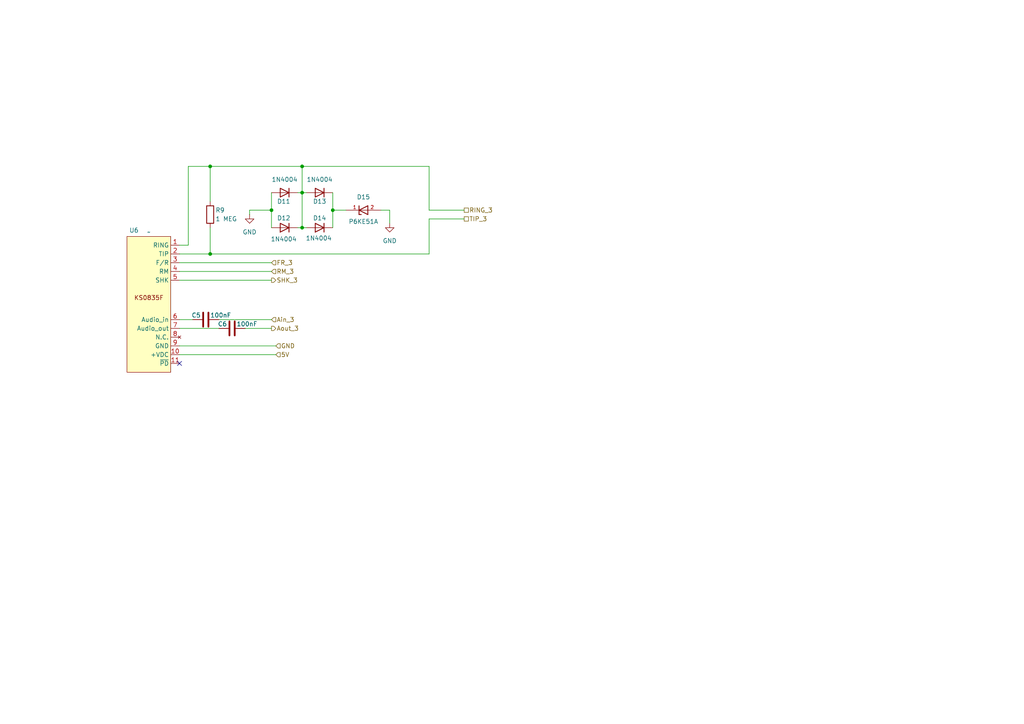
<source format=kicad_sch>
(kicad_sch (version 20231120) (generator "eeschema") (generator_version "8.0")
  (paper "A4")
  (lib_symbols
    (symbol "Device:C" (pin_numbers hide) (pin_names (offset 0.254))
      (property "Reference" "C" (at 0.635 2.54 0))
      (property "Value" "C" (at 0.635 -2.54 0))
      (symbol "C_0_1"
        (polyline (pts (xy -2.032 -0.762) (xy 2.032 -0.762)) (stroke (width 0.508)))
        (polyline (pts (xy -2.032 0.762) (xy 2.032 0.762)) (stroke (width 0.508)))
      )
      (symbol "C_1_1"
        (pin passive line (at 0 3.81 270) (length 2.794) (name "~") (number "1"))
        (pin passive line (at 0 -3.81 90) (length 2.794) (name "~") (number "2"))
      )
    )
    (symbol "Device:R" (pin_numbers hide) (pin_names (offset 0))
      (property "Reference" "R" (at 2.032 0 90))
      (property "Value" "R" (at 0 0 90))
      (symbol "R_0_1"
        (rectangle (start -1.016 -2.54) (end 1.016 2.54) (stroke (width 0.254)))
      )
      (symbol "R_1_1"
        (pin passive line (at 0 3.81 270) (length 1.27) (name "~") (number "1"))
        (pin passive line (at 0 -3.81 90) (length 1.27) (name "~") (number "2"))
      )
    )
    (symbol "Diode:1N4004" (pin_numbers hide) (pin_names hide)
      (property "Reference" "D" (at 0 2.54 0))
      (property "Value" "1N4004" (at 0 -2.54 0))
      (symbol "1N4004_0_1"
        (polyline (pts (xy -1.27 1.27) (xy -1.27 -1.27)) (stroke (width 0.254)))
        (polyline (pts (xy 1.27 0) (xy -1.27 0)))
        (polyline (pts (xy 1.27 1.27) (xy 1.27 -1.27) (xy -1.27 0) (xy 1.27 1.27)) (stroke (width 0.254)))
      )
      (symbol "1N4004_1_1"
        (pin passive line (at -3.81 0 0) (length 2.54) (name "K") (number "1"))
        (pin passive line (at 3.81 0 180) (length 2.54) (name "A") (number "2"))
      )
    )
    (symbol "JW_library_sym:KS0835F"
      (property "Reference" "U" (at 10.16 11.43 0))
      (symbol "KS0835F_1_1"
        (rectangle (start -1.27 10.16) (end 11.43 -29.21) (fill (type background)))
        (text "KS0835F" (at 5.08 -7.62 0) (effects (font (size 1.27 1.27))))
        (pin passive line (at 13.97 7.62 180) (length 2.54) (name "RING") (number "1"))
        (pin power_in line (at 13.97 -24.13 180) (length 2.54) (name "+VDC") (number "10"))
        (pin input line (at 13.97 -26.67 180) (length 2.54) (name "~{PD}") (number "11"))
        (pin passive line (at 13.97 5.08 180) (length 2.54) (name "TIP") (number "2"))
        (pin input line (at 13.97 2.54 180) (length 2.54) (name "F/R") (number "3"))
        (pin input line (at 13.97 0 180) (length 2.54) (name "RM") (number "4"))
        (pin output line (at 13.97 -2.54 180) (length 2.54) (name "SHK") (number "5"))
        (pin input line (at 13.97 -13.97 180) (length 2.54) (name "Audio_in") (number "6"))
        (pin output line (at 13.97 -16.51 180) (length 2.54) (name "Audio_out") (number "7"))
        (pin no_connect line (at 13.97 -19.05 180) (length 2.54) (name "N.C.") (number "8"))
        (pin power_in line (at 13.97 -21.59 180) (length 2.54) (name "GND") (number "9"))
      )
    )
    (symbol "JW_library_sym:P6KE51A" (pin_names (offset 1.016))
      (property "Reference" "D" (at -5.0835 2.4159 0))
      (property "Value" "P6KE51A" (at -5.0854 -4.9611 0))
      (symbol "P6KE51A_0_0"
        (polyline (pts (xy -1.27 -1.27) (xy -1.27 0)) (stroke (width 0.254)))
        (polyline (pts (xy -1.27 0) (xy -1.27 1.27)) (stroke (width 0.254)))
        (polyline (pts (xy -1.27 0) (xy 1.27 -1.27)) (stroke (width 0.254)))
        (polyline (pts (xy -0.635 -1.27) (xy -1.27 -1.27)) (stroke (width 0.254)))
        (polyline (pts (xy 1.27 -1.27) (xy 1.27 1.27)) (stroke (width 0.254)))
        (polyline (pts (xy 1.27 1.27) (xy -1.27 0)) (stroke (width 0.254)))
      )
      (symbol "P6KE51A_1_0"
        (pin passive line (at -5.08 0 0) (length 5.08) (name "~") (number "1"))
        (pin passive line (at 5.08 0 180) (length 5.08) (name "~") (number "2"))
      )
    )
    (symbol "power:GND" (power) (pin_numbers hide) (pin_names (offset 0) hide)
      (property "Value" "GND" (at 0 -3.81 0))
      (symbol "GND_0_1"
        (polyline (pts (xy 0 0) (xy 0 -1.27) (xy 1.27 -1.27) (xy 0 -2.54) (xy -1.27 -1.27) (xy 0 -1.27)))
      )
      (symbol "GND_1_1"
        (pin power_in line (at 0 0 270) (length 0) (name "~") (number "1"))
      )
    )
  )
  (junction (at 87.63 66.04))
  (junction (at 87.63 55.88))
  (junction (at 78.74 60.96))
  (junction (at 96.52 60.96))
  (junction (at 87.63 48.26))
  (junction (at 60.96 73.66))
  (junction (at 60.96 48.26))
  (no_connect (at 52.07 105.41))
  (wire (pts (xy 71.12 95.25) (xy 78.74 95.25)))
  (wire (pts (xy 54.61 71.12) (xy 54.61 48.26)))
  (wire (pts (xy 87.63 55.88) (xy 88.9 55.88)))
  (wire (pts (xy 63.5 92.71) (xy 78.74 92.71)))
  (wire (pts (xy 52.07 95.25) (xy 63.5 95.25)))
  (wire (pts (xy 52.07 81.28) (xy 78.74 81.28)))
  (wire (pts (xy 78.74 60.96) (xy 72.39 60.96)))
  (wire (pts (xy 86.36 55.88) (xy 87.63 55.88)))
  (wire (pts (xy 52.07 92.71) (xy 55.88 92.71)))
  (wire (pts (xy 52.07 102.87) (xy 80.01 102.87)))
  (wire (pts (xy 54.61 48.26) (xy 60.96 48.26)))
  (wire (pts (xy 96.52 60.96) (xy 96.52 66.04)))
  (wire (pts (xy 52.07 71.12) (xy 54.61 71.12)))
  (wire (pts (xy 87.63 48.26) (xy 87.63 55.88)))
  (wire (pts (xy 87.63 66.04) (xy 88.9 66.04)))
  (wire (pts (xy 87.63 55.88) (xy 87.63 66.04)))
  (wire (pts (xy 60.96 48.26) (xy 60.96 58.42)))
  (wire (pts (xy 52.07 78.74) (xy 78.74 78.74)))
  (wire (pts (xy 86.36 66.04) (xy 87.63 66.04)))
  (wire (pts (xy 113.03 64.77) (xy 113.03 60.96)))
  (wire (pts (xy 78.74 60.96) (xy 78.74 66.04)))
  (wire (pts (xy 110.49 60.96) (xy 113.03 60.96)))
  (wire (pts (xy 124.46 60.96) (xy 134.62 60.96)))
  (wire (pts (xy 52.07 76.2) (xy 78.74 76.2)))
  (wire (pts (xy 124.46 48.26) (xy 124.46 60.96)))
  (wire (pts (xy 60.96 73.66) (xy 124.46 73.66)))
  (wire (pts (xy 60.96 66.04) (xy 60.96 73.66)))
  (wire (pts (xy 124.46 63.5) (xy 134.62 63.5)))
  (wire (pts (xy 60.96 48.26) (xy 87.63 48.26)))
  (wire (pts (xy 52.07 100.33) (xy 80.01 100.33)))
  (wire (pts (xy 96.52 55.88) (xy 96.52 60.96)))
  (wire (pts (xy 78.74 55.88) (xy 78.74 60.96)))
  (wire (pts (xy 72.39 60.96) (xy 72.39 62.23)))
  (wire (pts (xy 96.52 60.96) (xy 100.33 60.96)))
  (wire (pts (xy 87.63 48.26) (xy 124.46 48.26)))
  (wire (pts (xy 52.07 73.66) (xy 60.96 73.66)))
  (wire (pts (xy 124.46 73.66) (xy 124.46 63.5)))
  (hierarchical_label "RING_3" (shape passive) (at 134.62 60.96 0))
  (hierarchical_label "Aout_3" (shape output) (at 78.74 95.25 0))
  (hierarchical_label "5V" (shape input) (at 80.01 102.87 0))
  (hierarchical_label "Ain_3" (shape input) (at 78.74 92.71 0))
  (hierarchical_label "TIP_3" (shape passive) (at 134.62 63.5 0))
  (hierarchical_label "GND" (shape input) (at 80.01 100.33 0))
  (hierarchical_label "SHK_3" (shape output) (at 78.74 81.28 0))
  (hierarchical_label "RM_3" (shape input) (at 78.74 78.74 0))
  (hierarchical_label "FR_3" (shape input) (at 78.74 76.2 0))
  (symbol (lib_id "Diode:1N4004") (at 82.55 55.88 180) (unit 1)
    (property "Reference" "D11" (at 82.296 58.42 0))
    (property "Value" "1N4004" (at 82.55 52.07 0))
    (property "Footprint" "Diode_THT:D_DO-41_SOD81_P10.16mm_Horizontal" (effects (hide yes)))
    (property "Description" "400V 1A General Purpose Rectifier Diode, DO-41" (effects (hide yes)))
    (property "Sim.Device" "D" (effects (hide yes)))
    (property "Sim.Pins" "1=K 2=A" (effects (hide yes)))
  )
  (symbol (lib_id "Diode:1N4004") (at 92.71 55.88 180) (unit 1)
    (property "Reference" "D13" (at 92.71 58.42 0))
    (property "Value" "1N4004" (at 92.71 52.07 0))
    (property "Footprint" "Diode_THT:D_DO-41_SOD81_P10.16mm_Horizontal" (effects (hide yes)))
    (property "Description" "400V 1A General Purpose Rectifier Diode, DO-41" (effects (hide yes)))
    (property "Sim.Device" "D" (effects (hide yes)))
    (property "Sim.Pins" "1=K 2=A" (effects (hide yes)))
  )
  (symbol (lib_id "JW_library_sym:P6KE51A") (at 105.41 60.96 0) (unit 1)
    (property "Reference" "D15" (at 105.41 57.15 0))
    (property "Value" "P6KE51A" (at 105.41 64.262 0))
    (property "Footprint" "Diode_THT:D_DO-15_P12.70mm_Horizontal" (effects (hide yes)))
    (property "MF" "Taiwan Semiconductor Corporation" (effects (hide yes)))
    (property "MAXIMUM_PACKAGE_HEIGHT" "3.6 mm" (effects (hide yes)))
    (property "Package" "DO-15 Taiwan Semiconductor" (effects (hide yes)))
    (property "Price" "None" (effects (hide yes)))
    (property "Check_prices" "https://www.snapeda.com/parts/P6KE51A/Taiwan+Semiconductor/view-part/?ref=eda" (effects (hide yes)))
    (property "STANDARD" "IPC-7351B" (effects (hide yes)))
    (property "PARTREV" "K2105" (effects (hide yes)))
    (property "SnapEDA_Link" "https://www.snapeda.com/parts/P6KE51A/Taiwan+Semiconductor/view-part/?ref=snap" (effects (hide yes)))
    (property "MP" "P6KE51A" (effects (hide yes)))
    (property "Purchase-URL" "https://www.snapeda.com/api/url_track_click_mouser/?unipart_id=6301999&manufacturer=Taiwan Semiconductor Corporation&part_name=P6KE51A&search_term=p6ke51a" (effects (hide yes)))
    (property "Description_1" "\n600W, 51V, Unidirectional, TVS\n" (effects (hide yes)))
    (property "Availability" "In Stock" (effects (hide yes)))
    (property "MANUFACTURER" "Taiwan Semiconductor" (effects (hide yes)))
  )
  (symbol (lib_id "Diode:1N4004") (at 82.55 66.04 180) (unit 1)
    (property "Reference" "D12" (at 82.296 63.246 0))
    (property "Value" "1N4004" (at 82.296 69.342 0))
    (property "Footprint" "Diode_THT:D_DO-41_SOD81_P10.16mm_Horizontal" (effects (hide yes)))
    (property "Description" "400V 1A General Purpose Rectifier Diode, DO-41" (effects (hide yes)))
    (property "Sim.Device" "D" (effects (hide yes)))
    (property "Sim.Pins" "1=K 2=A" (effects (hide yes)))
  )
  (symbol (lib_id "Device:C") (at 59.69 92.71 90) (unit 1)
    (property "Reference" "C5" (at 56.896 91.44 90))
    (property "Value" "100nF" (at 64.008 91.44 90))
    (property "Footprint" "Capacitor_THT:C_Disc_D4.3mm_W1.9mm_P5.00mm" (effects (hide yes)))
    (property "Description" "Unpolarized capacitor" (effects (hide yes)))
  )
  (symbol (lib_id "JW_library_sym:KS0835F") (at 38.1 78.74 0) (unit 1)
    (property "Reference" "U6" (at 38.862 66.802 0))
    (property "Value" "~" (at 43.18 67.31 0))
    (property "Footprint" "JW_footprint_library:KS0835F" (effects (hide yes)))
  )
  (symbol (lib_id "Device:C") (at 67.31 95.25 90) (unit 1)
    (property "Reference" "C6" (at 64.516 93.98 90))
    (property "Value" "100nF" (at 71.628 93.98 90))
    (property "Footprint" "Capacitor_THT:C_Disc_D4.3mm_W1.9mm_P5.00mm" (effects (hide yes)))
    (property "Description" "Unpolarized capacitor" (effects (hide yes)))
  )
  (symbol (lib_id "power:GND") (at 72.39 62.23 0) (unit 1)
    (property "Reference" "#PWR021" (effects (hide yes)))
    (property "Value" "GND" (at 72.39 67.31 0))
    (property "Description" "Power symbol creates a global label with name \"GND\" , ground" (effects (hide yes)))
  )
  (symbol (lib_id "Diode:1N4004") (at 92.71 66.04 180) (unit 1)
    (property "Reference" "D14" (at 92.71 63.246 0))
    (property "Value" "1N4004" (at 92.456 69.088 0))
    (property "Footprint" "Diode_THT:D_DO-41_SOD81_P10.16mm_Horizontal" (effects (hide yes)))
    (property "Description" "400V 1A General Purpose Rectifier Diode, DO-41" (effects (hide yes)))
    (property "Sim.Device" "D" (effects (hide yes)))
    (property "Sim.Pins" "1=K 2=A" (effects (hide yes)))
  )
  (symbol (lib_id "Device:R") (at 60.96 62.23 0) (unit 1)
    (property "Reference" "R9" (at 62.484 60.96 0) (effects (justify left)))
    (property "Value" "1 MEG" (at 62.484 63.5 0) (effects (justify left)))
    (property "Footprint" "Resistor_THT:R_Axial_DIN0204_L3.6mm_D1.6mm_P5.08mm_Horizontal" (effects (hide yes)))
    (property "Description" "Resistor" (effects (hide yes)))
  )
  (symbol (lib_id "power:GND") (at 113.03 64.77 0) (unit 1)
    (property "Reference" "#PWR022" (effects (hide yes)))
    (property "Value" "GND" (at 113.03 69.85 0))
    (property "Description" "Power symbol creates a global label with name \"GND\" , ground" (effects (hide yes)))
  )
)
</source>
